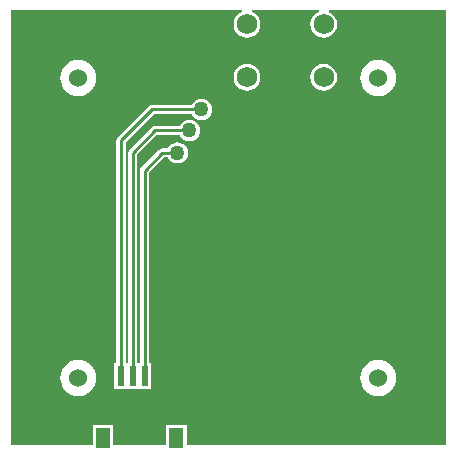
<source format=gtl>
G04*
G04 #@! TF.GenerationSoftware,Altium Limited,Altium Designer,20.0.14 (345)*
G04*
G04 Layer_Physical_Order=1*
G04 Layer_Color=255*
%FSLAX25Y25*%
%MOIN*%
G70*
G01*
G75*
%ADD10C,0.01000*%
%ADD13R,0.04724X0.07087*%
%ADD14R,0.02362X0.06693*%
%ADD21C,0.06890*%
%ADD22C,0.06000*%
%ADD23C,0.05000*%
%ADD24C,0.03000*%
G36*
X147500Y2500D02*
X61055D01*
Y9374D01*
X54331D01*
Y2500D01*
X36646D01*
Y9374D01*
X29921D01*
Y2500D01*
X2500D01*
Y147500D01*
X79489D01*
X79589Y147000D01*
X78963Y146741D01*
X78035Y146028D01*
X77322Y145100D01*
X76874Y144019D01*
X76722Y142858D01*
X76874Y141698D01*
X77322Y140617D01*
X78035Y139688D01*
X78963Y138976D01*
X80044Y138528D01*
X81205Y138375D01*
X82365Y138528D01*
X83446Y138976D01*
X84375Y139688D01*
X85087Y140617D01*
X85535Y141698D01*
X85688Y142858D01*
X85535Y144019D01*
X85087Y145100D01*
X84375Y146028D01*
X83446Y146741D01*
X82821Y147000D01*
X82920Y147500D01*
X105080D01*
X105179Y147000D01*
X104554Y146741D01*
X103625Y146028D01*
X102913Y145100D01*
X102465Y144019D01*
X102312Y142858D01*
X102465Y141698D01*
X102913Y140617D01*
X103625Y139688D01*
X104554Y138976D01*
X105635Y138528D01*
X106795Y138375D01*
X107956Y138528D01*
X109037Y138976D01*
X109965Y139688D01*
X110678Y140617D01*
X111126Y141698D01*
X111278Y142858D01*
X111126Y144019D01*
X110678Y145100D01*
X109965Y146028D01*
X109037Y146741D01*
X108411Y147000D01*
X108511Y147500D01*
X147500D01*
Y2500D01*
D02*
G37*
%LPC*%
G36*
X106795Y129625D02*
X105635Y129472D01*
X104554Y129024D01*
X103625Y128312D01*
X102913Y127383D01*
X102465Y126302D01*
X102312Y125142D01*
X102465Y123981D01*
X102913Y122900D01*
X103625Y121972D01*
X104554Y121259D01*
X105635Y120811D01*
X106795Y120659D01*
X107956Y120811D01*
X109037Y121259D01*
X109965Y121972D01*
X110678Y122900D01*
X111126Y123981D01*
X111278Y125142D01*
X111126Y126302D01*
X110678Y127383D01*
X109965Y128312D01*
X109037Y129024D01*
X107956Y129472D01*
X106795Y129625D01*
D02*
G37*
G36*
X81205D02*
X80044Y129472D01*
X78963Y129024D01*
X78035Y128312D01*
X77322Y127383D01*
X76874Y126302D01*
X76722Y125142D01*
X76874Y123981D01*
X77322Y122900D01*
X78035Y121972D01*
X78963Y121259D01*
X80044Y120811D01*
X81205Y120659D01*
X82365Y120811D01*
X83446Y121259D01*
X84375Y121972D01*
X85087Y122900D01*
X85535Y123981D01*
X85688Y125142D01*
X85535Y126302D01*
X85087Y127383D01*
X84375Y128312D01*
X83446Y129024D01*
X82365Y129472D01*
X81205Y129625D01*
D02*
G37*
G36*
X125000Y131029D02*
X123824Y130913D01*
X122693Y130570D01*
X121651Y130013D01*
X120737Y129263D01*
X119987Y128349D01*
X119430Y127307D01*
X119087Y126176D01*
X118971Y125000D01*
X119087Y123824D01*
X119430Y122693D01*
X119987Y121651D01*
X120737Y120737D01*
X121651Y119987D01*
X122693Y119430D01*
X123824Y119087D01*
X125000Y118971D01*
X126176Y119087D01*
X127307Y119430D01*
X128349Y119987D01*
X129263Y120737D01*
X130013Y121651D01*
X130570Y122693D01*
X130913Y123824D01*
X131029Y125000D01*
X130913Y126176D01*
X130570Y127307D01*
X130013Y128349D01*
X129263Y129263D01*
X128349Y130013D01*
X127307Y130570D01*
X126176Y130913D01*
X125000Y131029D01*
D02*
G37*
G36*
X25000D02*
X23824Y130913D01*
X22693Y130570D01*
X21651Y130013D01*
X20737Y129263D01*
X19987Y128349D01*
X19430Y127307D01*
X19087Y126176D01*
X18971Y125000D01*
X19087Y123824D01*
X19430Y122693D01*
X19987Y121651D01*
X20737Y120737D01*
X21651Y119987D01*
X22693Y119430D01*
X23824Y119087D01*
X25000Y118971D01*
X26176Y119087D01*
X27307Y119430D01*
X28350Y119987D01*
X29263Y120737D01*
X30013Y121651D01*
X30570Y122693D01*
X30913Y123824D01*
X31029Y125000D01*
X30913Y126176D01*
X30570Y127307D01*
X30013Y128349D01*
X29263Y129263D01*
X28350Y130013D01*
X27307Y130570D01*
X26176Y130913D01*
X25000Y131029D01*
D02*
G37*
G36*
X66000Y118030D02*
X65086Y117910D01*
X64235Y117557D01*
X63504Y116996D01*
X62943Y116265D01*
X62845Y116029D01*
X49500D01*
X48915Y115913D01*
X48419Y115581D01*
X38107Y105270D01*
X37776Y104774D01*
X37660Y104189D01*
Y29846D01*
X37008D01*
Y21154D01*
X49244D01*
Y29846D01*
X48592D01*
Y93429D01*
X53633Y98471D01*
X54845D01*
X54943Y98235D01*
X55504Y97504D01*
X56235Y96943D01*
X57086Y96590D01*
X58000Y96470D01*
X58914Y96590D01*
X59765Y96943D01*
X60496Y97504D01*
X61057Y98235D01*
X61410Y99086D01*
X61530Y100000D01*
X61410Y100914D01*
X61057Y101765D01*
X60496Y102496D01*
X59765Y103057D01*
X58914Y103410D01*
X58000Y103530D01*
X57086Y103410D01*
X56235Y103057D01*
X55504Y102496D01*
X54943Y101765D01*
X54845Y101529D01*
X53000D01*
X52415Y101413D01*
X51919Y101081D01*
X45981Y95144D01*
X45650Y94648D01*
X45534Y94063D01*
Y29846D01*
X44655D01*
Y99493D01*
X51134Y105971D01*
X58845D01*
X58943Y105735D01*
X59504Y105004D01*
X60235Y104443D01*
X61086Y104090D01*
X62000Y103970D01*
X62914Y104090D01*
X63765Y104443D01*
X64496Y105004D01*
X65057Y105735D01*
X65410Y106586D01*
X65530Y107500D01*
X65410Y108414D01*
X65057Y109265D01*
X64496Y109996D01*
X63765Y110557D01*
X62914Y110910D01*
X62000Y111030D01*
X61086Y110910D01*
X60235Y110557D01*
X59504Y109996D01*
X58943Y109265D01*
X58845Y109029D01*
X50500D01*
X49915Y108913D01*
X49419Y108581D01*
X42044Y101207D01*
X41713Y100711D01*
X41597Y100126D01*
Y29846D01*
X40718D01*
Y103556D01*
X50134Y112971D01*
X62845D01*
X62943Y112735D01*
X63504Y112004D01*
X64235Y111443D01*
X65086Y111090D01*
X66000Y110970D01*
X66914Y111090D01*
X67765Y111443D01*
X68496Y112004D01*
X69057Y112735D01*
X69410Y113586D01*
X69530Y114500D01*
X69410Y115414D01*
X69057Y116265D01*
X68496Y116996D01*
X67765Y117557D01*
X66914Y117910D01*
X66000Y118030D01*
D02*
G37*
G36*
X125000Y31029D02*
X123824Y30913D01*
X122693Y30570D01*
X121651Y30013D01*
X120737Y29263D01*
X119987Y28350D01*
X119430Y27307D01*
X119087Y26176D01*
X118971Y25000D01*
X119087Y23824D01*
X119430Y22693D01*
X119987Y21651D01*
X120737Y20737D01*
X121651Y19987D01*
X122693Y19430D01*
X123824Y19087D01*
X125000Y18971D01*
X126176Y19087D01*
X127307Y19430D01*
X128349Y19987D01*
X129263Y20737D01*
X130013Y21651D01*
X130570Y22693D01*
X130913Y23824D01*
X131029Y25000D01*
X130913Y26176D01*
X130570Y27307D01*
X130013Y28350D01*
X129263Y29263D01*
X128349Y30013D01*
X127307Y30570D01*
X126176Y30913D01*
X125000Y31029D01*
D02*
G37*
G36*
X25000D02*
X23824Y30913D01*
X22693Y30570D01*
X21651Y30013D01*
X20737Y29263D01*
X19987Y28350D01*
X19430Y27307D01*
X19087Y26176D01*
X18971Y25000D01*
X19087Y23824D01*
X19430Y22693D01*
X19987Y21651D01*
X20737Y20737D01*
X21651Y19987D01*
X22693Y19430D01*
X23824Y19087D01*
X25000Y18971D01*
X26176Y19087D01*
X27307Y19430D01*
X28350Y19987D01*
X29263Y20737D01*
X30013Y21651D01*
X30570Y22693D01*
X30913Y23824D01*
X31029Y25000D01*
X30913Y26176D01*
X30570Y27307D01*
X30013Y28350D01*
X29263Y29263D01*
X28350Y30013D01*
X27307Y30570D01*
X26176Y30913D01*
X25000Y31029D01*
D02*
G37*
%LPD*%
D10*
X47063Y94063D02*
X53000Y100000D01*
X58000D01*
X47063Y25500D02*
Y94063D01*
X50500Y107500D02*
X62000D01*
X43126Y25500D02*
Y100126D01*
X50500Y107500D01*
X65874Y114500D02*
X65937Y114563D01*
X49500Y114500D02*
X65874D01*
X39189Y25500D02*
Y104189D01*
X49500Y114500D01*
X61968Y107531D02*
X62000Y107500D01*
X65937Y114563D02*
X66000Y114500D01*
D13*
X57693Y4831D02*
D03*
X33283D02*
D03*
D14*
X51000Y25500D02*
D03*
X47063D02*
D03*
X43126D02*
D03*
X39189D02*
D03*
D21*
X81205Y125142D02*
D03*
X106795D02*
D03*
X81205Y142858D02*
D03*
X106795D02*
D03*
D22*
X125000Y25000D02*
D03*
Y125000D02*
D03*
X25000D02*
D03*
Y25000D02*
D03*
D23*
X52461Y75543D02*
D03*
X51500Y33000D02*
D03*
X62000Y107500D02*
D03*
X58000Y100000D02*
D03*
X66000Y114500D02*
D03*
X129000Y114000D02*
D03*
X78000Y23004D02*
D03*
X107000Y28504D02*
D03*
D24*
X132500Y67500D02*
D03*
X126500Y96000D02*
D03*
M02*

</source>
